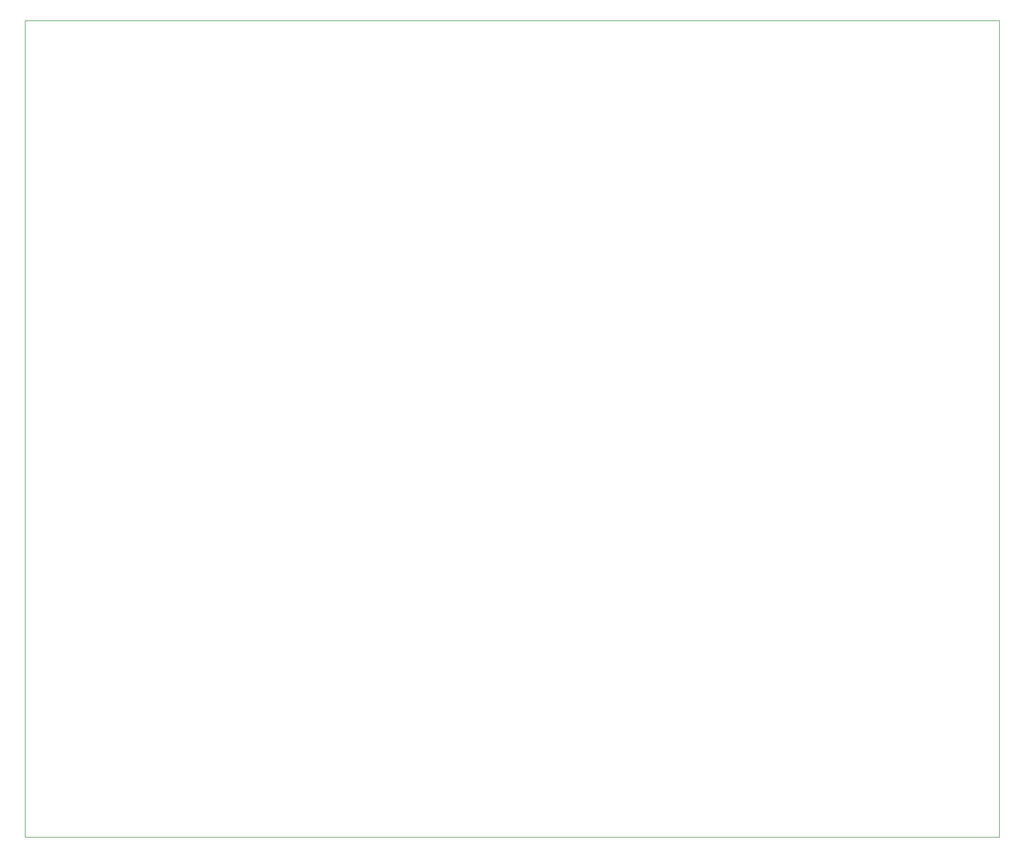
<source format=gm1>
G04 #@! TF.GenerationSoftware,KiCad,Pcbnew,7.0.7*
G04 #@! TF.CreationDate,2023-10-25T09:07:44+02:00*
G04 #@! TF.ProjectId,Onduleur,4f6e6475-6c65-4757-922e-6b696361645f,rev?*
G04 #@! TF.SameCoordinates,Original*
G04 #@! TF.FileFunction,Profile,NP*
%FSLAX46Y46*%
G04 Gerber Fmt 4.6, Leading zero omitted, Abs format (unit mm)*
G04 Created by KiCad (PCBNEW 7.0.7) date 2023-10-25 09:07:44*
%MOMM*%
%LPD*%
G01*
G04 APERTURE LIST*
G04 #@! TA.AperFunction,Profile*
%ADD10C,0.100000*%
G04 #@! TD*
G04 APERTURE END LIST*
D10*
X56000000Y-12000000D02*
X205000000Y-12000000D01*
X205000000Y-137000000D01*
X56000000Y-137000000D01*
X56000000Y-12000000D01*
M02*

</source>
